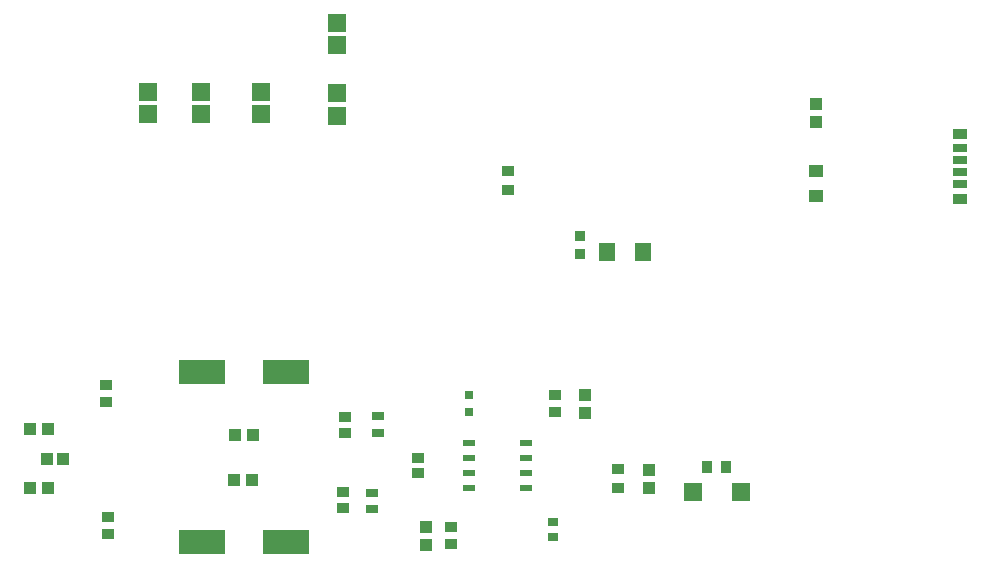
<source format=gtp>
G04*
G04 #@! TF.GenerationSoftware,Altium Limited,CircuitMaker,2.3.0 (2.3.0.3)*
G04*
G04 Layer_Color=7318015*
%FSLAX25Y25*%
%MOIN*%
G70*
G04*
G04 #@! TF.SameCoordinates,62C2B06D-8976-45AB-99A1-AE5862A21714*
G04*
G04*
G04 #@! TF.FilePolarity,Positive*
G04*
G01*
G75*
%ADD16R,0.04000X0.02000*%
%ADD17R,0.04134X0.03543*%
%ADD18R,0.06000X0.06000*%
%ADD19R,0.04134X0.03937*%
%ADD20R,0.06000X0.06000*%
%ADD21R,0.04724X0.04331*%
%ADD22R,0.03937X0.04134*%
G04:AMPARAMS|DCode=23|XSize=35mil|YSize=35mil|CornerRadius=4.38mil|HoleSize=0mil|Usage=FLASHONLY|Rotation=270.000|XOffset=0mil|YOffset=0mil|HoleType=Round|Shape=RoundedRectangle|*
%AMROUNDEDRECTD23*
21,1,0.03500,0.02625,0,0,270.0*
21,1,0.02625,0.03500,0,0,270.0*
1,1,0.00875,-0.01312,-0.01312*
1,1,0.00875,-0.01312,0.01312*
1,1,0.00875,0.01312,0.01312*
1,1,0.00875,0.01312,-0.01312*
%
%ADD23ROUNDEDRECTD23*%
%ADD24R,0.05512X0.05905*%
%ADD25R,0.03937X0.03740*%
%ADD26R,0.03740X0.03937*%
%ADD27R,0.03347X0.02756*%
%ADD28R,0.03000X0.03000*%
%ADD29R,0.03937X0.02756*%
%ADD30R,0.15748X0.07874*%
%ADD31R,0.04134X0.04331*%
%ADD32R,0.05000X0.03200*%
%ADD33R,0.05000X0.02800*%
%ADD34R,0.05000X0.03000*%
D16*
X541000Y123000D02*
D03*
Y128000D02*
D03*
Y133000D02*
D03*
Y138000D02*
D03*
X522000D02*
D03*
Y133000D02*
D03*
Y128000D02*
D03*
Y123000D02*
D03*
D17*
X401500Y107500D02*
D03*
X401000Y157354D02*
D03*
X550500Y153854D02*
D03*
Y148146D02*
D03*
X516000Y104146D02*
D03*
Y109854D02*
D03*
X480000Y116342D02*
D03*
Y121658D02*
D03*
X480500Y141342D02*
D03*
Y146658D02*
D03*
X401500Y113209D02*
D03*
X401000Y151646D02*
D03*
D18*
X478000Y278000D02*
D03*
Y270500D02*
D03*
X452500Y255000D02*
D03*
Y247500D02*
D03*
X478000Y247000D02*
D03*
Y254500D02*
D03*
X432500Y255000D02*
D03*
Y247500D02*
D03*
X415000D02*
D03*
Y255000D02*
D03*
D19*
X443547Y125500D02*
D03*
X449453D02*
D03*
X449953Y140500D02*
D03*
X444047D02*
D03*
X375547Y142500D02*
D03*
X381453D02*
D03*
X381453Y123000D02*
D03*
X375547D02*
D03*
D20*
X612500Y121500D02*
D03*
X596500D02*
D03*
D21*
X637500Y220366D02*
D03*
Y228634D02*
D03*
D22*
Y245047D02*
D03*
Y250953D02*
D03*
X582000Y123047D02*
D03*
Y128953D02*
D03*
X560500Y148000D02*
D03*
Y153905D02*
D03*
X507500Y104047D02*
D03*
Y109953D02*
D03*
D23*
X559000Y207000D02*
D03*
Y201000D02*
D03*
D24*
X568094Y201500D02*
D03*
X579906D02*
D03*
D25*
X571500Y129150D02*
D03*
Y122850D02*
D03*
X505000Y133059D02*
D03*
Y127941D02*
D03*
X535000Y228650D02*
D03*
Y222350D02*
D03*
D26*
X601350Y130000D02*
D03*
X607650D02*
D03*
D27*
X550000Y106500D02*
D03*
Y111421D02*
D03*
D28*
X522000Y153750D02*
D03*
Y148250D02*
D03*
D29*
X489500Y115744D02*
D03*
Y121256D02*
D03*
X491500Y141244D02*
D03*
Y146756D02*
D03*
D30*
X460976Y161500D02*
D03*
Y105000D02*
D03*
X433024D02*
D03*
Y161500D02*
D03*
D31*
X386756Y132500D02*
D03*
X381244D02*
D03*
D32*
X685669Y240892D02*
D03*
Y219292D02*
D03*
D33*
Y236092D02*
D03*
Y232092D02*
D03*
D34*
Y228092D02*
D03*
Y224092D02*
D03*
M02*

</source>
